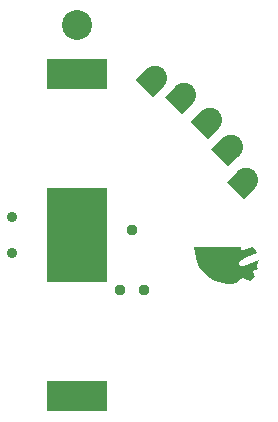
<source format=gbs>
G04 DipTrace 2.4.0.2*
%INfemale.gbs*%
%MOMM*%
%ADD47C,0.95*%
%ADD48C,0.9*%
%ADD49C,2.54*%
%ADD52C,2.05*%
%ADD57R,5.13X8.05*%
%ADD58R,5.13X2.65*%
%FSLAX53Y53*%
G04*
G71*
G90*
G75*
G01*
%LNBotMask*%
%LPD*%
D47*
X31252Y52579D3*
X32268Y47499D3*
X30236D3*
D58*
X26618Y65804D3*
Y38524D3*
D57*
Y52164D3*
D48*
X21092Y53695D3*
Y50695D3*
G36*
X32475Y66258D2*
X33925Y64808D1*
X33006Y63889D1*
X31556Y65338D1*
X32475Y66258D1*
G37*
D52*
X33182Y65515D3*
G36*
X34973Y64754D2*
X36422Y63304D1*
X35503Y62385D1*
X34054Y63835D1*
X34973Y64754D1*
G37*
D52*
X35680Y64012D3*
G36*
X37135Y62669D2*
X38584Y61220D1*
X37665Y60300D1*
X36216Y61750D1*
X37135Y62669D1*
G37*
D52*
X37842Y61927D3*
G36*
X38894Y60379D2*
X40344Y58929D1*
X39425Y58010D1*
X37975Y59460D1*
X38894Y60379D1*
G37*
D52*
X39602Y59637D3*
G36*
X40196Y57590D2*
X41646Y56140D1*
X40726Y55221D1*
X39277Y56671D1*
X40196Y57590D1*
G37*
D52*
X40903Y56848D3*
G36*
X36497Y51167D2*
X36642Y50217D1*
X36942Y49477D1*
X37322Y49007D1*
X37707Y48627D1*
X38267Y48312D1*
X38592Y48182D1*
X39072Y48082D1*
X39322Y48032D1*
X39737Y48007D1*
X40062Y48122D1*
X40252Y48312D1*
X40377Y48437D1*
X40697Y48502D1*
X40827Y48477D1*
X41077Y48402D1*
X41217Y48247D1*
X41712Y48657D1*
X41462Y49037D1*
Y49127D1*
X41902Y49307D1*
X41877Y49582D1*
X42017Y50087D1*
X40752Y49557D1*
X40592D1*
X40377Y49592D1*
X40327Y49707D1*
X40427Y49962D1*
X41007Y50277D1*
X41862Y50632D1*
X41737Y50887D1*
X41417Y51157D1*
X40467Y50787D1*
X40497Y50977D1*
Y51167D1*
X36497D1*
G37*
D49*
X26618Y69944D3*
M02*

</source>
